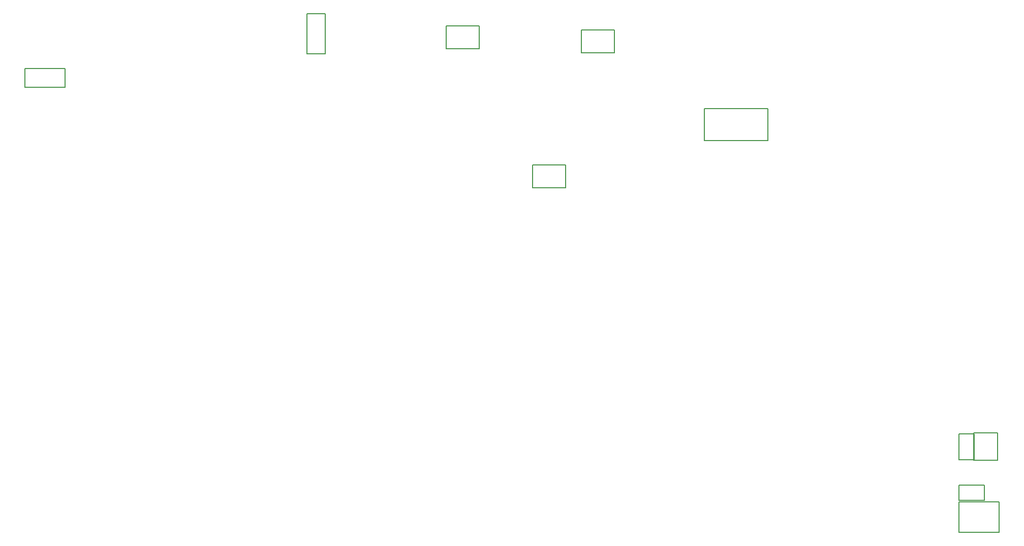
<source format=gbr>
%TF.GenerationSoftware,Altium Limited,Altium Designer,24.3.1 (35)*%
G04 Layer_Color=8388736*
%FSLAX43Y43*%
%MOMM*%
%TF.SameCoordinates,76E1361F-AA3B-45A8-A24B-41510BF92E79*%
%TF.FilePolarity,Positive*%
%TF.FileFunction,Other,Bottom_Courtyard*%
%TF.Part,Single*%
G01*
G75*
%TA.AperFunction,NonConductor*%
%ADD94C,0.200*%
D94*
X17591Y81194D02*
Y84314D01*
X10891Y81194D02*
X17591D01*
X10891D02*
Y84314D01*
X17591D01*
X57831Y86776D02*
X60951D01*
X57831D02*
Y93476D01*
X60951D01*
Y86776D02*
Y93476D01*
X134700Y72335D02*
Y77615D01*
X124100D02*
X134700D01*
X124100Y72335D02*
Y77615D01*
Y72335D02*
X134700D01*
X81097Y91478D02*
X86603D01*
X81097Y87672D02*
Y91478D01*
Y87672D02*
X86603D01*
Y91478D01*
X103572Y90778D02*
X109078D01*
X103572Y86972D02*
Y90778D01*
Y86972D02*
X109078D01*
Y90778D01*
X101003Y64462D02*
Y68268D01*
X95497Y64462D02*
X101003D01*
X95497D02*
Y68268D01*
X101003D01*
X168987Y18945D02*
Y23557D01*
Y18945D02*
X172887D01*
Y23557D01*
X168987D02*
X172887D01*
X169061Y19048D02*
Y23354D01*
X166504D02*
X169061D01*
X166504Y19048D02*
Y23354D01*
Y19048D02*
X169061D01*
X173191Y6926D02*
Y12026D01*
X166484Y6926D02*
X173191D01*
X166484D02*
Y12026D01*
X173191D01*
X166459Y12298D02*
Y14854D01*
X170766D01*
Y12298D02*
Y14854D01*
X166459Y12298D02*
X170766D01*
%TF.MD5,81a25d9ffaba4158d5ceacd6d3adee36*%
M02*

</source>
